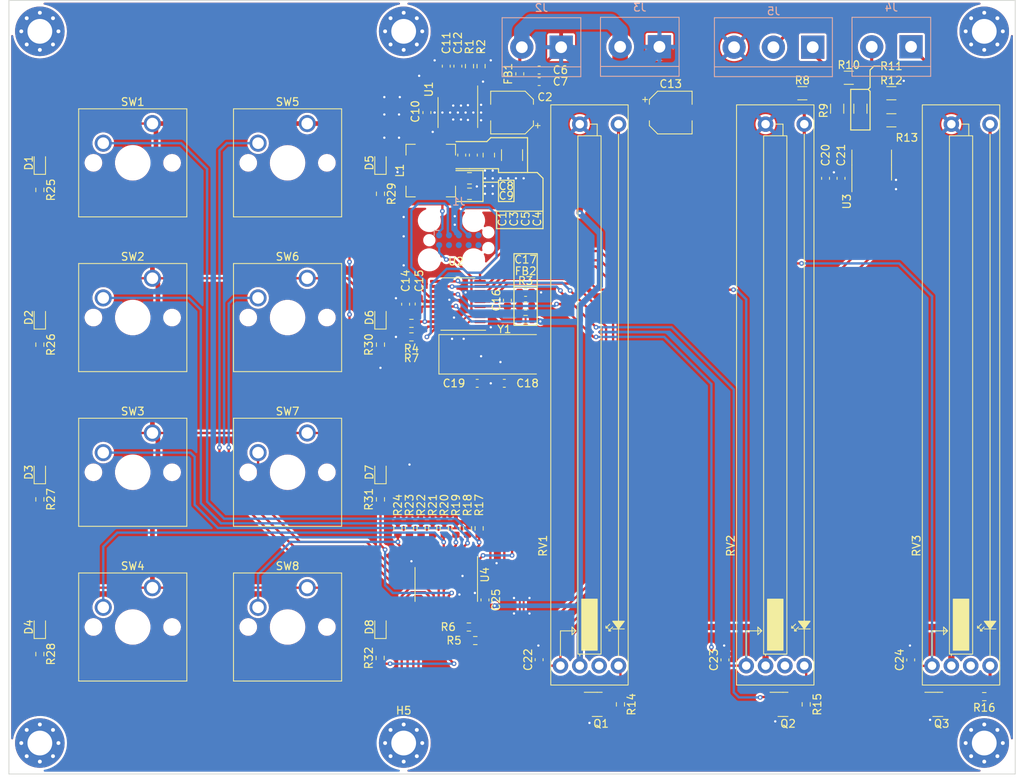
<source format=kicad_pcb>
(kicad_pcb (version 20211014) (generator pcbnew)

  (general
    (thickness 1.6)
  )

  (paper "A4")
  (layers
    (0 "F.Cu" signal)
    (31 "B.Cu" signal)
    (32 "B.Adhes" user "B.Adhesive")
    (33 "F.Adhes" user "F.Adhesive")
    (34 "B.Paste" user)
    (35 "F.Paste" user)
    (36 "B.SilkS" user "B.Silkscreen")
    (37 "F.SilkS" user "F.Silkscreen")
    (38 "B.Mask" user)
    (39 "F.Mask" user)
    (40 "Dwgs.User" user "User.Drawings")
    (41 "Cmts.User" user "User.Comments")
    (42 "Eco1.User" user "User.Eco1")
    (43 "Eco2.User" user "User.Eco2")
    (44 "Edge.Cuts" user)
    (45 "Margin" user)
    (46 "B.CrtYd" user "B.Courtyard")
    (47 "F.CrtYd" user "F.Courtyard")
    (48 "B.Fab" user)
    (49 "F.Fab" user)
    (50 "User.1" user)
    (51 "User.2" user)
    (52 "User.3" user)
    (53 "User.4" user)
    (54 "User.5" user)
    (55 "User.6" user)
    (56 "User.7" user)
    (57 "User.8" user)
    (58 "User.9" user)
  )

  (setup
    (stackup
      (layer "F.SilkS" (type "Top Silk Screen"))
      (layer "F.Paste" (type "Top Solder Paste"))
      (layer "F.Mask" (type "Top Solder Mask") (thickness 0.01))
      (layer "F.Cu" (type "copper") (thickness 0.035))
      (layer "dielectric 1" (type "core") (thickness 1.51) (material "FR4") (epsilon_r 4.5) (loss_tangent 0.02))
      (layer "B.Cu" (type "copper") (thickness 0.035))
      (layer "B.Mask" (type "Bottom Solder Mask") (thickness 0.01))
      (layer "B.Paste" (type "Bottom Solder Paste"))
      (layer "B.SilkS" (type "Bottom Silk Screen"))
      (copper_finish "None")
      (dielectric_constraints no)
    )
    (pad_to_mask_clearance 0)
    (aux_axis_origin 13 13)
    (pcbplotparams
      (layerselection 0x00010fc_ffffffff)
      (disableapertmacros false)
      (usegerberextensions false)
      (usegerberattributes true)
      (usegerberadvancedattributes true)
      (creategerberjobfile true)
      (svguseinch false)
      (svgprecision 6)
      (excludeedgelayer true)
      (plotframeref false)
      (viasonmask false)
      (mode 1)
      (useauxorigin false)
      (hpglpennumber 1)
      (hpglpenspeed 20)
      (hpglpendiameter 15.000000)
      (dxfpolygonmode true)
      (dxfimperialunits true)
      (dxfusepcbnewfont true)
      (psnegative false)
      (psa4output false)
      (plotreference true)
      (plotvalue true)
      (plotinvisibletext false)
      (sketchpadsonfab false)
      (subtractmaskfromsilk false)
      (outputformat 1)
      (mirror false)
      (drillshape 1)
      (scaleselection 1)
      (outputdirectory "")
    )
  )

  (net 0 "")
  (net 1 "+12V")
  (net 2 "GND")
  (net 3 "Net-(C1-Pad1)")
  (net 4 "Net-(C1-Pad2)")
  (net 5 "/~{RST}")
  (net 6 "+3V3")
  (net 7 "Net-(C10-Pad1)")
  (net 8 "Net-(C11-Pad1)")
  (net 9 "Net-(C12-Pad1)")
  (net 10 "Net-(C16-Pad1)")
  (net 11 "Net-(C18-Pad1)")
  (net 12 "Net-(C19-Pad1)")
  (net 13 "Net-(D1-Pad1)")
  (net 14 "Net-(D2-Pad1)")
  (net 15 "Net-(C13-Pad1)")
  (net 16 "/TX")
  (net 17 "/RX")
  (net 18 "/SWDIO")
  (net 19 "/SWCLK")
  (net 20 "Net-(D3-Pad1)")
  (net 21 "Net-(D4-Pad1)")
  (net 22 "Net-(D5-Pad1)")
  (net 23 "/POT1")
  (net 24 "/POT2")
  (net 25 "/POT3")
  (net 26 "Net-(D6-Pad1)")
  (net 27 "Net-(Q1-Pad3)")
  (net 28 "Net-(Q2-Pad3)")
  (net 29 "Net-(Q3-Pad3)")
  (net 30 "/DMX_RX+")
  (net 31 "/DMX_RX-")
  (net 32 "/DMX_TX+")
  (net 33 "/DMX_TX-")
  (net 34 "Net-(D7-Pad1)")
  (net 35 "Net-(R11-Pad1)")
  (net 36 "Net-(D8-Pad1)")
  (net 37 "unconnected-(J1-Pad5)")
  (net 38 "unconnected-(RV1-PadL)")
  (net 39 "unconnected-(RV2-PadL)")
  (net 40 "unconnected-(RV3-PadL)")
  (net 41 "unconnected-(J1-Pad6)")
  (net 42 "unconnected-(J1-Pad7)")
  (net 43 "unconnected-(J1-Pad8)")
  (net 44 "unconnected-(J1-Pad9)")
  (net 45 "Net-(R9-Pad1)")
  (net 46 "Net-(R16-Pad1)")
  (net 47 "/POT_LED_EN1")
  (net 48 "/POT_LED_EN2")
  (net 49 "/POT_LED_EN3")
  (net 50 "Net-(R14-Pad1)")
  (net 51 "Net-(R15-Pad1)")
  (net 52 "/SDA")
  (net 53 "/SCL")
  (net 54 "/Buttons/BTN1")
  (net 55 "/Buttons/BTN2")
  (net 56 "/Buttons/BTN3")
  (net 57 "/Buttons/BTN4")
  (net 58 "/Buttons/BTN5")
  (net 59 "/Buttons/BTN6")
  (net 60 "/Buttons/BTN7")
  (net 61 "/Buttons/BTN8")
  (net 62 "/Buttons/LED1")
  (net 63 "/Buttons/LED2")
  (net 64 "/Buttons/LED3")
  (net 65 "/Buttons/LED4")
  (net 66 "/Buttons/LED5")
  (net 67 "/Buttons/LED6")
  (net 68 "/Buttons/LED7")
  (net 69 "/Buttons/LED8")
  (net 70 "/Buttons/~{INT}")

  (footprint "Capacitor_SMD:C_0805_2012Metric" (layer "F.Cu") (at 75 33 -90))

  (footprint "Capacitor_SMD:CP_Elec_5x5.4" (layer "F.Cu") (at 98.5 27.5))

  (footprint "LED_SMD:LED_0603_1608Metric" (layer "F.Cu") (at 61 74 90))

  (footprint "Capacitor_SMD:C_0603_1608Metric" (layer "F.Cu") (at 129.5 98.25 90))

  (footprint "Button_Switch_Keyboard:SW_Cherry_MX_1.00u_PCB" (layer "F.Cu") (at 51.54 28.92))

  (footprint "LED_SMD:LED_0603_1608Metric" (layer "F.Cu") (at 61 34 90))

  (footprint "Resistor_SMD:R_0603_1608Metric" (layer "F.Cu") (at 61 38 -90))

  (footprint "Capacitor_SMD:C_0603_1608Metric" (layer "F.Cu") (at 74.5 90.5 -90))

  (footprint "Package_SO:SOIC-8_3.9x4.9mm_P1.27mm" (layer "F.Cu") (at 124.46 34.29 90))

  (footprint "Resistor_SMD:R_0603_1608Metric" (layer "F.Cu") (at 66.25 81.25 -90))

  (footprint "Capacitor_SMD:C_0603_1608Metric" (layer "F.Cu") (at 73.5 62.5))

  (footprint "Button_Switch_Keyboard:SW_Cherry_MX_1.00u_PCB" (layer "F.Cu") (at 31.54 68.92))

  (footprint "Resistor_SMD:R_0603_1608Metric" (layer "F.Cu") (at 72.25 81.25 -90))

  (footprint "Capacitor_SMD:C_1210_3225Metric" (layer "F.Cu") (at 78 33 -90))

  (footprint "Capacitor_SMD:C_0603_1608Metric" (layer "F.Cu") (at 71 21.5 90))

  (footprint "Capacitor_SMD:C_0603_1608Metric" (layer "F.Cu") (at 73 33 -90))

  (footprint "MountingHole:MountingHole_3.2mm_M3_Pad_Via" (layer "F.Cu") (at 17 109))

  (footprint "Capacitor_SMD:C_0603_1608Metric" (layer "F.Cu") (at 120.5 36 90))

  (footprint "Inductor_SMD:L_0603_1608Metric" (layer "F.Cu") (at 79 22.5 -90))

  (footprint "Package_SO:TSSOP-24_4.4x7.8mm_P0.65mm" (layer "F.Cu") (at 69.5 88.5 -90))

  (footprint "LED_SMD:LED_0603_1608Metric" (layer "F.Cu") (at 61 94 90))

  (footprint "Button_Switch_Keyboard:SW_Cherry_MX_1.00u_PCB" (layer "F.Cu") (at 31.54 88.92))

  (footprint "Resistor_SMD:R_MiniMELF_MMA-0204" (layer "F.Cu") (at 127 25))

  (footprint "Package_TO_SOT_SMD:SOT-23" (layer "F.Cu") (at 113 104))

  (footprint "Resistor_SMD:R_0603_1608Metric" (layer "F.Cu") (at 61 77.5 -90))

  (footprint "Inductor_SMD:L_0603_1608Metric" (layer "F.Cu") (at 79.75 52.5 180))

  (footprint "Crystal:Crystal_SMD_HC49-SD" (layer "F.Cu") (at 75.25 58.75))

  (footprint "Button_Switch_Keyboard:SW_Cherry_MX_1.00u_PCB" (layer "F.Cu") (at 51.54 88.92))

  (footprint "Resistor_SMD:R_0603_1608Metric" (layer "F.Cu") (at 92 104 -90))

  (footprint "Package_SO:HSOP-8-1EP_3.9x4.9mm_P1.27mm_EP2.41x3.1mm" (layer "F.Cu") (at 71 27.5 -90))

  (footprint "Capacitor_SMD:CP_Elec_5x5.4" (layer "F.Cu") (at 78 27.5 180))

  (footprint "LED_SMD:LED_0603_1608Metric" (layer "F.Cu") (at 17 74 90))

  (footprint "Resistor_SMD:R_0603_1608Metric" (layer "F.Cu") (at 17 37.5 -90))

  (footprint "Button_Switch_Keyboard:SW_Cherry_MX_1.00u_PCB" (layer "F.Cu") (at 31.54 28.92))

  (footprint "shimatta_tht:PTL60-19-X" (layer "F.Cu") (at 136 64 90))

  (footprint "Capacitor_SMD:C_0603_1608Metric" (layer "F.Cu") (at 77.4 51.75 90))

  (footprint "shimatta_tht:PTL60-19-X" (layer "F.Cu") (at 88 64 90))

  (footprint "Resistor_SMD:R_0603_1608Metric" (layer "F.Cu") (at 116 104 -90))

  (footprint "Resistor_SMD:R_MiniMELF_MMA-0204" (layer "F.Cu") (at 120 27 90))

  (footprint "Capacitor_SMD:C_0603_1608Metric" (layer "F.Cu") (at 71.5 33 -90))

  (footprint "Resistor_SMD:R_0603_1608Metric" (layer "F.Cu") (at 17 77.5 -90))

  (footprint "Resistor_SMD:R_0603_1608Metric" (layer "F.Cu") (at 65 54.75))

  (footprint "LED_SMD:LED_0603_1608Metric" (layer "F.Cu") (at 17 34 90))

  (footprint "Capacitor_SMD:C_0603_1608Metric" (layer "F.Cu") (at 79.75 50.75))

  (footprint "MountingHole:MountingHole_3.2mm_M3_Pad_Via" (layer "F.Cu") (at 64 17))

  (footprint "LED_SMD:LED_0603_1608Metric" (layer "F.Cu") (at 17 94 90))

  (footprint "Resistor_SMD:R_0603_1608Metric" (layer "F.Cu") (at 74 21.5 90))

  (footprint "MountingHole:MountingHole_3.2mm_M3_Pad_Via" (layer "F.Cu") (at 139 109))

  (footprint "Resistor_SMD:R_0603_1608Metric" (layer "F.Cu") (at 73.25 95.75 180))

  (footprint "MountingHole:MountingHole_3.2mm_M3_Pad_Via" (layer "F.Cu") (at 64 109))

  (footprint "Resistor_SMD:R_0603_1608Metric" (layer "F.Cu") (at 70.75 81.25 -90))

  (footprint "Capacitor_SMD:C_0603_1608Metric" (layer "F.Cu") (at 67 27.5 -90))

  (footprint "shimatta_tht:PTL60-19-X" (layer "F.Cu") (at 112 64 90))

  (footprint "Resistor_SMD:R_0603_1608Metric" (layer "F.Cu") (at 67.75 81.25 -90))

  (footprint "Button_Switch_Keyboard:SW_Cherry_MX_1.00u_PCB" (layer "F.Cu") (at 51.54 48.92))

  (footprint "Button_Switch_Keyboard:SW_Cherry_MX_1.00u_PCB" locked (layer "F.Cu")
    (tedit 5A02FE24) (tstamp a9837951-ab3a-460c-9708-48449dc2deef)
    (at 31.54 48.92)
    (descr "Cherry MX keyswitch, 1.00u, PCB mount, http://cherryamericas.com/wp-content/uploads/2014/12/mx_cat.pdf")
    (tags "Cherry MX keyswitch 1.00u PCB")
    (property "Sheetfile" "buttons.kicad_sch")
    (property "Sheetname" "Buttons")
    (path "/ccd56bff-3332-49d3-aa41-479696e8d2f6/61c18e0b-30de-4f7a-a434-
... [1276549 chars truncated]
</source>
